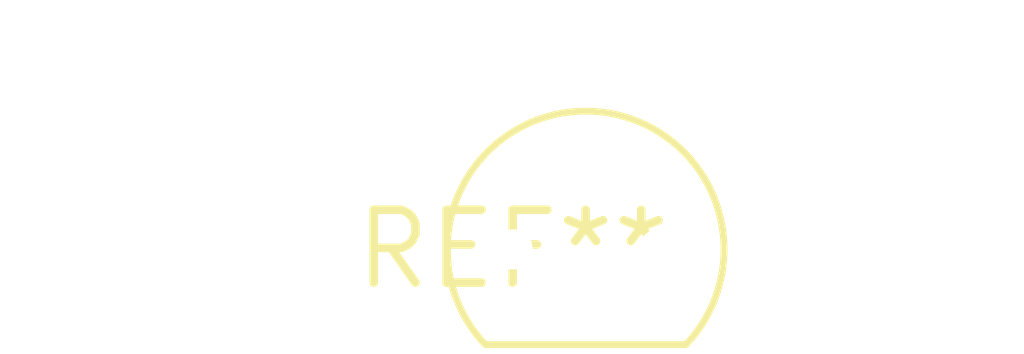
<source format=kicad_pcb>
(kicad_pcb (version 20240108) (generator pcbnew)
  (layers (0 "F.Cu" signal) (31 "B.Cu" signal) (34 "B.Paste" user) (35 "F.Paste" user) (36 "B.SilkS" user "B.Silkscreen") (37 "F.SilkS" user "F.Silkscreen") (38 "B.Mask" user) (39 "F.Mask" user) (44 "Edge.Cuts" user))
  (net 0 "")
  (footprint "SOD-70_P2.54mm" (layer "F.Cu") (at 0 0)
    (property "Reference" "REF**")
    (property "Value" "SOD-70_P2.54mm")
    (fp_line (start 3.017141 1.66) (end -0.477141 1.66) (layer "F.SilkS") (stroke (width 0.12)))
    (fp_arc (start -0.477141 1.66) (mid 1.27 -2.41) (end 3.017141 1.66) (layer "F.SilkS") (stroke (width 0.12)))
    (pad "1" thru_hole rect (at 0 0) (size 1.2 1.7) (drill 0.7) (layers *.Cu *.Mask) (remove_unused_layers))
    (pad "2" thru_hole oval (at 2.54 0) (size 1.2 1.7) (drill 0.7) (layers *.Cu *.Mask) (remove_unused_layers))
  )
)
</source>
